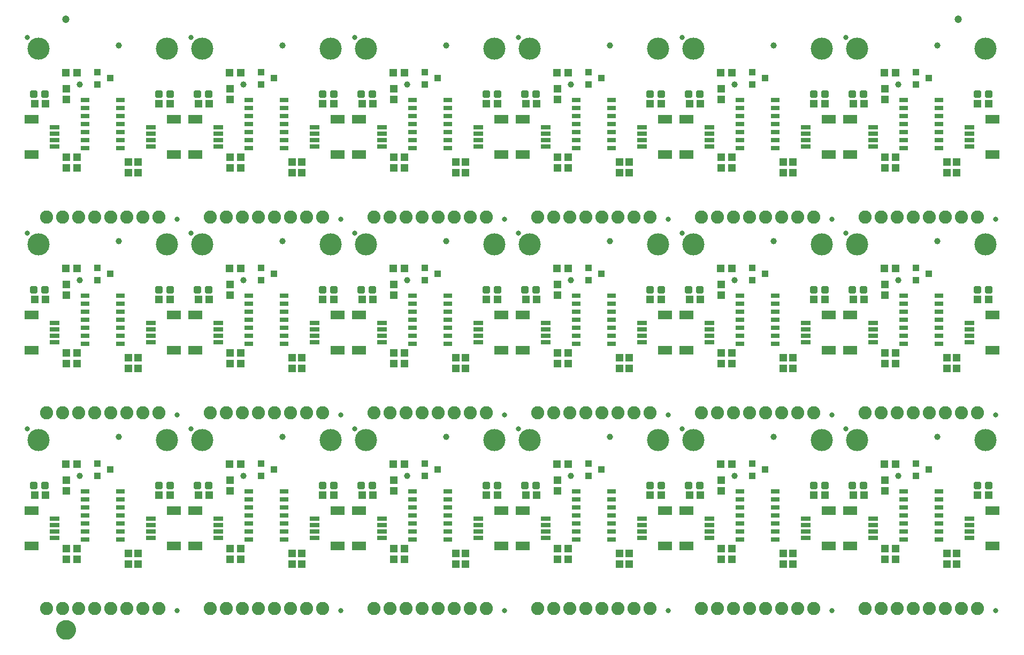
<source format=gts>
G75*
%MOIN*%
%OFA0B0*%
%FSLAX25Y25*%
%IPPOS*%
%LPD*%
%AMOC8*
5,1,8,0,0,1.08239X$1,22.5*
%
%ADD10C,0.13800*%
%ADD11C,0.03300*%
%ADD12R,0.04737X0.05131*%
%ADD13R,0.08674X0.05524*%
%ADD14R,0.06115X0.03162*%
%ADD15C,0.08200*%
%ADD16R,0.05131X0.04737*%
%ADD17C,0.01990*%
%ADD18R,0.05524X0.03162*%
%ADD19C,0.03950*%
%ADD20R,0.04343X0.03950*%
%ADD21C,0.04737*%
%ADD22C,0.05000*%
%ADD23C,0.06706*%
D10*
X0044481Y0138750D03*
X0124481Y0138750D03*
X0146481Y0138750D03*
X0226481Y0138750D03*
X0248481Y0138750D03*
X0328481Y0138750D03*
X0350481Y0138750D03*
X0430481Y0138750D03*
X0452481Y0138750D03*
X0532481Y0138750D03*
X0554481Y0138750D03*
X0634481Y0138750D03*
X0634481Y0260750D03*
X0554481Y0260750D03*
X0532481Y0260750D03*
X0452481Y0260750D03*
X0430481Y0260750D03*
X0350481Y0260750D03*
X0328481Y0260750D03*
X0248481Y0260750D03*
X0226481Y0260750D03*
X0146481Y0260750D03*
X0124481Y0260750D03*
X0044481Y0260750D03*
X0044481Y0382750D03*
X0124481Y0382750D03*
X0146481Y0382750D03*
X0226481Y0382750D03*
X0248481Y0382750D03*
X0328481Y0382750D03*
X0350481Y0382750D03*
X0430481Y0382750D03*
X0452481Y0382750D03*
X0532481Y0382750D03*
X0554481Y0382750D03*
X0634481Y0382750D03*
D11*
X0547481Y0389750D03*
X0445481Y0389750D03*
X0343481Y0389750D03*
X0241481Y0389750D03*
X0139481Y0389750D03*
X0037481Y0389750D03*
X0130981Y0276250D03*
X0139481Y0267750D03*
X0232981Y0276250D03*
X0241481Y0267750D03*
X0334981Y0276250D03*
X0343481Y0267750D03*
X0436981Y0276250D03*
X0445481Y0267750D03*
X0538981Y0276250D03*
X0547481Y0267750D03*
X0640981Y0276250D03*
X0640981Y0154250D03*
X0547481Y0145750D03*
X0538981Y0154250D03*
X0445481Y0145750D03*
X0436981Y0154250D03*
X0343481Y0145750D03*
X0334981Y0154250D03*
X0241481Y0145750D03*
X0232981Y0154250D03*
X0139481Y0145750D03*
X0130981Y0154250D03*
X0037481Y0145750D03*
X0130981Y0032250D03*
X0232981Y0032250D03*
X0334981Y0032250D03*
X0436981Y0032250D03*
X0538981Y0032250D03*
X0640981Y0032250D03*
X0037481Y0267750D03*
D12*
X0061981Y0235596D03*
X0061981Y0228904D03*
X0061981Y0193096D03*
X0068481Y0193096D03*
X0068481Y0186404D03*
X0061981Y0186404D03*
X0100481Y0183404D03*
X0106481Y0183404D03*
X0106481Y0190096D03*
X0100481Y0190096D03*
X0163981Y0193096D03*
X0170481Y0193096D03*
X0170481Y0186404D03*
X0163981Y0186404D03*
X0202481Y0183404D03*
X0208481Y0183404D03*
X0208481Y0190096D03*
X0202481Y0190096D03*
X0163981Y0228904D03*
X0163981Y0235596D03*
X0265981Y0235596D03*
X0265981Y0228904D03*
X0265981Y0193096D03*
X0272481Y0193096D03*
X0272481Y0186404D03*
X0265981Y0186404D03*
X0304481Y0183404D03*
X0310481Y0183404D03*
X0310481Y0190096D03*
X0304481Y0190096D03*
X0367981Y0193096D03*
X0374481Y0193096D03*
X0374481Y0186404D03*
X0367981Y0186404D03*
X0406481Y0183404D03*
X0412481Y0183404D03*
X0412481Y0190096D03*
X0406481Y0190096D03*
X0367981Y0228904D03*
X0367981Y0235596D03*
X0469981Y0235596D03*
X0469981Y0228904D03*
X0469981Y0193096D03*
X0476481Y0193096D03*
X0476481Y0186404D03*
X0469981Y0186404D03*
X0508481Y0183404D03*
X0514481Y0183404D03*
X0514481Y0190096D03*
X0508481Y0190096D03*
X0571981Y0193096D03*
X0578481Y0193096D03*
X0578481Y0186404D03*
X0571981Y0186404D03*
X0610481Y0183404D03*
X0616481Y0183404D03*
X0616481Y0190096D03*
X0610481Y0190096D03*
X0571981Y0228904D03*
X0571981Y0235596D03*
X0571981Y0308404D03*
X0578481Y0308404D03*
X0578481Y0315096D03*
X0571981Y0315096D03*
X0610481Y0312096D03*
X0616481Y0312096D03*
X0616481Y0305404D03*
X0610481Y0305404D03*
X0571981Y0350904D03*
X0571981Y0357596D03*
X0514481Y0312096D03*
X0508481Y0312096D03*
X0508481Y0305404D03*
X0514481Y0305404D03*
X0476481Y0308404D03*
X0469981Y0308404D03*
X0469981Y0315096D03*
X0476481Y0315096D03*
X0469981Y0350904D03*
X0469981Y0357596D03*
X0412481Y0312096D03*
X0406481Y0312096D03*
X0406481Y0305404D03*
X0412481Y0305404D03*
X0374481Y0308404D03*
X0367981Y0308404D03*
X0367981Y0315096D03*
X0374481Y0315096D03*
X0367981Y0350904D03*
X0367981Y0357596D03*
X0310481Y0312096D03*
X0304481Y0312096D03*
X0304481Y0305404D03*
X0310481Y0305404D03*
X0272481Y0308404D03*
X0265981Y0308404D03*
X0265981Y0315096D03*
X0272481Y0315096D03*
X0265981Y0350904D03*
X0265981Y0357596D03*
X0208481Y0312096D03*
X0202481Y0312096D03*
X0202481Y0305404D03*
X0208481Y0305404D03*
X0170481Y0308404D03*
X0163981Y0308404D03*
X0163981Y0315096D03*
X0170481Y0315096D03*
X0163981Y0350904D03*
X0163981Y0357596D03*
X0106481Y0312096D03*
X0100481Y0312096D03*
X0100481Y0305404D03*
X0106481Y0305404D03*
X0068481Y0308404D03*
X0061981Y0308404D03*
X0061981Y0315096D03*
X0068481Y0315096D03*
X0061981Y0350904D03*
X0061981Y0357596D03*
X0061981Y0113596D03*
X0061981Y0106904D03*
X0061981Y0071096D03*
X0068481Y0071096D03*
X0068481Y0064404D03*
X0061981Y0064404D03*
X0100481Y0061404D03*
X0106481Y0061404D03*
X0106481Y0068096D03*
X0100481Y0068096D03*
X0163981Y0071096D03*
X0170481Y0071096D03*
X0170481Y0064404D03*
X0163981Y0064404D03*
X0202481Y0061404D03*
X0208481Y0061404D03*
X0208481Y0068096D03*
X0202481Y0068096D03*
X0265981Y0071096D03*
X0272481Y0071096D03*
X0272481Y0064404D03*
X0265981Y0064404D03*
X0304481Y0061404D03*
X0310481Y0061404D03*
X0310481Y0068096D03*
X0304481Y0068096D03*
X0265981Y0106904D03*
X0265981Y0113596D03*
X0163981Y0113596D03*
X0163981Y0106904D03*
X0367981Y0106904D03*
X0367981Y0113596D03*
X0367981Y0071096D03*
X0374481Y0071096D03*
X0374481Y0064404D03*
X0367981Y0064404D03*
X0406481Y0061404D03*
X0412481Y0061404D03*
X0412481Y0068096D03*
X0406481Y0068096D03*
X0469981Y0071096D03*
X0476481Y0071096D03*
X0476481Y0064404D03*
X0469981Y0064404D03*
X0508481Y0061404D03*
X0514481Y0061404D03*
X0514481Y0068096D03*
X0508481Y0068096D03*
X0571981Y0071096D03*
X0578481Y0071096D03*
X0578481Y0064404D03*
X0571981Y0064404D03*
X0610481Y0061404D03*
X0616481Y0061404D03*
X0616481Y0068096D03*
X0610481Y0068096D03*
X0571981Y0106904D03*
X0571981Y0113596D03*
X0469981Y0113596D03*
X0469981Y0106904D03*
D13*
X0448013Y0094774D03*
X0434950Y0094774D03*
X0434950Y0072726D03*
X0448013Y0072726D03*
X0536950Y0072726D03*
X0550013Y0072726D03*
X0550013Y0094774D03*
X0536950Y0094774D03*
X0638950Y0094774D03*
X0638950Y0072726D03*
X0638950Y0194726D03*
X0638950Y0216774D03*
X0550013Y0216774D03*
X0536950Y0216774D03*
X0536950Y0194726D03*
X0550013Y0194726D03*
X0448013Y0194726D03*
X0434950Y0194726D03*
X0434950Y0216774D03*
X0448013Y0216774D03*
X0346013Y0216774D03*
X0332950Y0216774D03*
X0332950Y0194726D03*
X0346013Y0194726D03*
X0244013Y0194726D03*
X0230950Y0194726D03*
X0230950Y0216774D03*
X0244013Y0216774D03*
X0142013Y0216774D03*
X0128950Y0216774D03*
X0128950Y0194726D03*
X0142013Y0194726D03*
X0040013Y0194726D03*
X0040013Y0216774D03*
X0040013Y0316726D03*
X0040013Y0338774D03*
X0128950Y0338774D03*
X0142013Y0338774D03*
X0142013Y0316726D03*
X0128950Y0316726D03*
X0230950Y0316726D03*
X0244013Y0316726D03*
X0244013Y0338774D03*
X0230950Y0338774D03*
X0332950Y0338774D03*
X0346013Y0338774D03*
X0346013Y0316726D03*
X0332950Y0316726D03*
X0434950Y0316726D03*
X0448013Y0316726D03*
X0448013Y0338774D03*
X0434950Y0338774D03*
X0536950Y0338774D03*
X0550013Y0338774D03*
X0550013Y0316726D03*
X0536950Y0316726D03*
X0638950Y0316726D03*
X0638950Y0338774D03*
X0346013Y0094774D03*
X0332950Y0094774D03*
X0332950Y0072726D03*
X0346013Y0072726D03*
X0244013Y0072726D03*
X0230950Y0072726D03*
X0230950Y0094774D03*
X0244013Y0094774D03*
X0142013Y0094774D03*
X0128950Y0094774D03*
X0128950Y0072726D03*
X0142013Y0072726D03*
X0040013Y0072726D03*
X0040013Y0094774D03*
D14*
X0054481Y0089656D03*
X0054481Y0085719D03*
X0054481Y0081781D03*
X0054481Y0077844D03*
X0114481Y0077844D03*
X0114481Y0081781D03*
X0114481Y0085719D03*
X0114481Y0089656D03*
X0156481Y0089656D03*
X0156481Y0085719D03*
X0156481Y0081781D03*
X0156481Y0077844D03*
X0216481Y0077844D03*
X0216481Y0081781D03*
X0216481Y0085719D03*
X0216481Y0089656D03*
X0258481Y0089656D03*
X0258481Y0085719D03*
X0258481Y0081781D03*
X0258481Y0077844D03*
X0318481Y0077844D03*
X0318481Y0081781D03*
X0318481Y0085719D03*
X0318481Y0089656D03*
X0360481Y0089656D03*
X0360481Y0085719D03*
X0360481Y0081781D03*
X0360481Y0077844D03*
X0420481Y0077844D03*
X0420481Y0081781D03*
X0420481Y0085719D03*
X0420481Y0089656D03*
X0462481Y0089656D03*
X0462481Y0085719D03*
X0462481Y0081781D03*
X0462481Y0077844D03*
X0522481Y0077844D03*
X0522481Y0081781D03*
X0522481Y0085719D03*
X0522481Y0089656D03*
X0564481Y0089656D03*
X0564481Y0085719D03*
X0564481Y0081781D03*
X0564481Y0077844D03*
X0624481Y0077844D03*
X0624481Y0081781D03*
X0624481Y0085719D03*
X0624481Y0089656D03*
X0624481Y0199844D03*
X0624481Y0203781D03*
X0624481Y0207719D03*
X0624481Y0211656D03*
X0564481Y0211656D03*
X0564481Y0207719D03*
X0564481Y0203781D03*
X0564481Y0199844D03*
X0522481Y0199844D03*
X0522481Y0203781D03*
X0522481Y0207719D03*
X0522481Y0211656D03*
X0462481Y0211656D03*
X0462481Y0207719D03*
X0462481Y0203781D03*
X0462481Y0199844D03*
X0420481Y0199844D03*
X0420481Y0203781D03*
X0420481Y0207719D03*
X0420481Y0211656D03*
X0360481Y0211656D03*
X0360481Y0207719D03*
X0360481Y0203781D03*
X0360481Y0199844D03*
X0318481Y0199844D03*
X0318481Y0203781D03*
X0318481Y0207719D03*
X0318481Y0211656D03*
X0258481Y0211656D03*
X0258481Y0207719D03*
X0258481Y0203781D03*
X0258481Y0199844D03*
X0216481Y0199844D03*
X0216481Y0203781D03*
X0216481Y0207719D03*
X0216481Y0211656D03*
X0156481Y0211656D03*
X0156481Y0207719D03*
X0156481Y0203781D03*
X0156481Y0199844D03*
X0114481Y0199844D03*
X0114481Y0203781D03*
X0114481Y0207719D03*
X0114481Y0211656D03*
X0054481Y0211656D03*
X0054481Y0207719D03*
X0054481Y0203781D03*
X0054481Y0199844D03*
X0054481Y0321844D03*
X0054481Y0325781D03*
X0054481Y0329719D03*
X0054481Y0333656D03*
X0114481Y0333656D03*
X0114481Y0329719D03*
X0114481Y0325781D03*
X0114481Y0321844D03*
X0156481Y0321844D03*
X0156481Y0325781D03*
X0156481Y0329719D03*
X0156481Y0333656D03*
X0216481Y0333656D03*
X0216481Y0329719D03*
X0216481Y0325781D03*
X0216481Y0321844D03*
X0258481Y0321844D03*
X0258481Y0325781D03*
X0258481Y0329719D03*
X0258481Y0333656D03*
X0318481Y0333656D03*
X0318481Y0329719D03*
X0318481Y0325781D03*
X0318481Y0321844D03*
X0360481Y0321844D03*
X0360481Y0325781D03*
X0360481Y0329719D03*
X0360481Y0333656D03*
X0420481Y0333656D03*
X0420481Y0329719D03*
X0420481Y0325781D03*
X0420481Y0321844D03*
X0462481Y0321844D03*
X0462481Y0325781D03*
X0462481Y0329719D03*
X0462481Y0333656D03*
X0522481Y0333656D03*
X0522481Y0329719D03*
X0522481Y0325781D03*
X0522481Y0321844D03*
X0564481Y0321844D03*
X0564481Y0325781D03*
X0564481Y0329719D03*
X0564481Y0333656D03*
X0624481Y0333656D03*
X0624481Y0329719D03*
X0624481Y0325781D03*
X0624481Y0321844D03*
D15*
X0049481Y0033750D03*
X0059481Y0033750D03*
X0069481Y0033750D03*
X0079481Y0033750D03*
X0089481Y0033750D03*
X0099481Y0033750D03*
X0109481Y0033750D03*
X0119481Y0033750D03*
X0151481Y0033750D03*
X0161481Y0033750D03*
X0171481Y0033750D03*
X0181481Y0033750D03*
X0191481Y0033750D03*
X0201481Y0033750D03*
X0211481Y0033750D03*
X0221481Y0033750D03*
X0253481Y0033750D03*
X0263481Y0033750D03*
X0273481Y0033750D03*
X0283481Y0033750D03*
X0293481Y0033750D03*
X0303481Y0033750D03*
X0313481Y0033750D03*
X0323481Y0033750D03*
X0355481Y0033750D03*
X0365481Y0033750D03*
X0375481Y0033750D03*
X0385481Y0033750D03*
X0395481Y0033750D03*
X0405481Y0033750D03*
X0415481Y0033750D03*
X0425481Y0033750D03*
X0457481Y0033750D03*
X0467481Y0033750D03*
X0477481Y0033750D03*
X0487481Y0033750D03*
X0497481Y0033750D03*
X0507481Y0033750D03*
X0517481Y0033750D03*
X0527481Y0033750D03*
X0559481Y0033750D03*
X0569481Y0033750D03*
X0579481Y0033750D03*
X0589481Y0033750D03*
X0599481Y0033750D03*
X0609481Y0033750D03*
X0619481Y0033750D03*
X0629481Y0033750D03*
X0629481Y0155750D03*
X0619481Y0155750D03*
X0609481Y0155750D03*
X0599481Y0155750D03*
X0589481Y0155750D03*
X0579481Y0155750D03*
X0569481Y0155750D03*
X0559481Y0155750D03*
X0527481Y0155750D03*
X0517481Y0155750D03*
X0507481Y0155750D03*
X0497481Y0155750D03*
X0487481Y0155750D03*
X0477481Y0155750D03*
X0467481Y0155750D03*
X0457481Y0155750D03*
X0425481Y0155750D03*
X0415481Y0155750D03*
X0405481Y0155750D03*
X0395481Y0155750D03*
X0385481Y0155750D03*
X0375481Y0155750D03*
X0365481Y0155750D03*
X0355481Y0155750D03*
X0323481Y0155750D03*
X0313481Y0155750D03*
X0303481Y0155750D03*
X0293481Y0155750D03*
X0283481Y0155750D03*
X0273481Y0155750D03*
X0263481Y0155750D03*
X0253481Y0155750D03*
X0221481Y0155750D03*
X0211481Y0155750D03*
X0201481Y0155750D03*
X0191481Y0155750D03*
X0181481Y0155750D03*
X0171481Y0155750D03*
X0161481Y0155750D03*
X0151481Y0155750D03*
X0119481Y0155750D03*
X0109481Y0155750D03*
X0099481Y0155750D03*
X0089481Y0155750D03*
X0079481Y0155750D03*
X0069481Y0155750D03*
X0059481Y0155750D03*
X0049481Y0155750D03*
X0049481Y0277750D03*
X0059481Y0277750D03*
X0069481Y0277750D03*
X0079481Y0277750D03*
X0089481Y0277750D03*
X0099481Y0277750D03*
X0109481Y0277750D03*
X0119481Y0277750D03*
X0151481Y0277750D03*
X0161481Y0277750D03*
X0171481Y0277750D03*
X0181481Y0277750D03*
X0191481Y0277750D03*
X0201481Y0277750D03*
X0211481Y0277750D03*
X0221481Y0277750D03*
X0253481Y0277750D03*
X0263481Y0277750D03*
X0273481Y0277750D03*
X0283481Y0277750D03*
X0293481Y0277750D03*
X0303481Y0277750D03*
X0313481Y0277750D03*
X0323481Y0277750D03*
X0355481Y0277750D03*
X0365481Y0277750D03*
X0375481Y0277750D03*
X0385481Y0277750D03*
X0395481Y0277750D03*
X0405481Y0277750D03*
X0415481Y0277750D03*
X0425481Y0277750D03*
X0457481Y0277750D03*
X0467481Y0277750D03*
X0477481Y0277750D03*
X0487481Y0277750D03*
X0497481Y0277750D03*
X0507481Y0277750D03*
X0517481Y0277750D03*
X0527481Y0277750D03*
X0559481Y0277750D03*
X0569481Y0277750D03*
X0579481Y0277750D03*
X0589481Y0277750D03*
X0599481Y0277750D03*
X0609481Y0277750D03*
X0619481Y0277750D03*
X0629481Y0277750D03*
D16*
X0578328Y0245750D03*
X0571635Y0245750D03*
X0558828Y0226250D03*
X0552135Y0226250D03*
X0534328Y0226250D03*
X0527635Y0226250D03*
X0476328Y0245750D03*
X0469635Y0245750D03*
X0456828Y0226250D03*
X0450135Y0226250D03*
X0432328Y0226250D03*
X0425635Y0226250D03*
X0374328Y0245750D03*
X0367635Y0245750D03*
X0354828Y0226250D03*
X0348135Y0226250D03*
X0330328Y0226250D03*
X0323635Y0226250D03*
X0272328Y0245750D03*
X0265635Y0245750D03*
X0252828Y0226250D03*
X0246135Y0226250D03*
X0228328Y0226250D03*
X0221635Y0226250D03*
X0170328Y0245750D03*
X0163635Y0245750D03*
X0150828Y0226250D03*
X0144135Y0226250D03*
X0126328Y0226250D03*
X0119635Y0226250D03*
X0068328Y0245750D03*
X0061635Y0245750D03*
X0048828Y0226250D03*
X0042135Y0226250D03*
X0061635Y0123750D03*
X0068328Y0123750D03*
X0048828Y0104250D03*
X0042135Y0104250D03*
X0119635Y0104250D03*
X0126328Y0104250D03*
X0144135Y0104250D03*
X0150828Y0104250D03*
X0163635Y0123750D03*
X0170328Y0123750D03*
X0221635Y0104250D03*
X0228328Y0104250D03*
X0246135Y0104250D03*
X0252828Y0104250D03*
X0265635Y0123750D03*
X0272328Y0123750D03*
X0323635Y0104250D03*
X0330328Y0104250D03*
X0348135Y0104250D03*
X0354828Y0104250D03*
X0367635Y0123750D03*
X0374328Y0123750D03*
X0425635Y0104250D03*
X0432328Y0104250D03*
X0450135Y0104250D03*
X0456828Y0104250D03*
X0469635Y0123750D03*
X0476328Y0123750D03*
X0527635Y0104250D03*
X0534328Y0104250D03*
X0552135Y0104250D03*
X0558828Y0104250D03*
X0571635Y0123750D03*
X0578328Y0123750D03*
X0629635Y0104250D03*
X0636328Y0104250D03*
X0636328Y0226250D03*
X0629635Y0226250D03*
X0629635Y0348250D03*
X0636328Y0348250D03*
X0578328Y0367750D03*
X0571635Y0367750D03*
X0558828Y0348250D03*
X0552135Y0348250D03*
X0534328Y0348250D03*
X0527635Y0348250D03*
X0476328Y0367750D03*
X0469635Y0367750D03*
X0456828Y0348250D03*
X0450135Y0348250D03*
X0432328Y0348250D03*
X0425635Y0348250D03*
X0374328Y0367750D03*
X0367635Y0367750D03*
X0354828Y0348250D03*
X0348135Y0348250D03*
X0330328Y0348250D03*
X0323635Y0348250D03*
X0272328Y0367750D03*
X0265635Y0367750D03*
X0252828Y0348250D03*
X0246135Y0348250D03*
X0228328Y0348250D03*
X0221635Y0348250D03*
X0170328Y0367750D03*
X0163635Y0367750D03*
X0150828Y0348250D03*
X0144135Y0348250D03*
X0126328Y0348250D03*
X0119635Y0348250D03*
X0068328Y0367750D03*
X0061635Y0367750D03*
X0048828Y0348250D03*
X0042135Y0348250D03*
D17*
X0040155Y0352877D02*
X0040155Y0355623D01*
X0042901Y0355623D01*
X0042901Y0352877D01*
X0040155Y0352877D01*
X0040155Y0354767D02*
X0042901Y0354767D01*
X0047061Y0355623D02*
X0047061Y0352877D01*
X0047061Y0355623D02*
X0049807Y0355623D01*
X0049807Y0352877D01*
X0047061Y0352877D01*
X0047061Y0354767D02*
X0049807Y0354767D01*
X0118155Y0355623D02*
X0118155Y0352877D01*
X0118155Y0355623D02*
X0120901Y0355623D01*
X0120901Y0352877D01*
X0118155Y0352877D01*
X0118155Y0354767D02*
X0120901Y0354767D01*
X0125061Y0355623D02*
X0125061Y0352877D01*
X0125061Y0355623D02*
X0127807Y0355623D01*
X0127807Y0352877D01*
X0125061Y0352877D01*
X0125061Y0354767D02*
X0127807Y0354767D01*
X0142155Y0355623D02*
X0142155Y0352877D01*
X0142155Y0355623D02*
X0144901Y0355623D01*
X0144901Y0352877D01*
X0142155Y0352877D01*
X0142155Y0354767D02*
X0144901Y0354767D01*
X0149061Y0355623D02*
X0149061Y0352877D01*
X0149061Y0355623D02*
X0151807Y0355623D01*
X0151807Y0352877D01*
X0149061Y0352877D01*
X0149061Y0354767D02*
X0151807Y0354767D01*
X0220155Y0355623D02*
X0220155Y0352877D01*
X0220155Y0355623D02*
X0222901Y0355623D01*
X0222901Y0352877D01*
X0220155Y0352877D01*
X0220155Y0354767D02*
X0222901Y0354767D01*
X0227061Y0355623D02*
X0227061Y0352877D01*
X0227061Y0355623D02*
X0229807Y0355623D01*
X0229807Y0352877D01*
X0227061Y0352877D01*
X0227061Y0354767D02*
X0229807Y0354767D01*
X0244155Y0355623D02*
X0244155Y0352877D01*
X0244155Y0355623D02*
X0246901Y0355623D01*
X0246901Y0352877D01*
X0244155Y0352877D01*
X0244155Y0354767D02*
X0246901Y0354767D01*
X0251061Y0355623D02*
X0251061Y0352877D01*
X0251061Y0355623D02*
X0253807Y0355623D01*
X0253807Y0352877D01*
X0251061Y0352877D01*
X0251061Y0354767D02*
X0253807Y0354767D01*
X0322155Y0355623D02*
X0322155Y0352877D01*
X0322155Y0355623D02*
X0324901Y0355623D01*
X0324901Y0352877D01*
X0322155Y0352877D01*
X0322155Y0354767D02*
X0324901Y0354767D01*
X0329061Y0355623D02*
X0329061Y0352877D01*
X0329061Y0355623D02*
X0331807Y0355623D01*
X0331807Y0352877D01*
X0329061Y0352877D01*
X0329061Y0354767D02*
X0331807Y0354767D01*
X0346155Y0355623D02*
X0346155Y0352877D01*
X0346155Y0355623D02*
X0348901Y0355623D01*
X0348901Y0352877D01*
X0346155Y0352877D01*
X0346155Y0354767D02*
X0348901Y0354767D01*
X0353061Y0355623D02*
X0353061Y0352877D01*
X0353061Y0355623D02*
X0355807Y0355623D01*
X0355807Y0352877D01*
X0353061Y0352877D01*
X0353061Y0354767D02*
X0355807Y0354767D01*
X0424155Y0355623D02*
X0424155Y0352877D01*
X0424155Y0355623D02*
X0426901Y0355623D01*
X0426901Y0352877D01*
X0424155Y0352877D01*
X0424155Y0354767D02*
X0426901Y0354767D01*
X0431061Y0355623D02*
X0431061Y0352877D01*
X0431061Y0355623D02*
X0433807Y0355623D01*
X0433807Y0352877D01*
X0431061Y0352877D01*
X0431061Y0354767D02*
X0433807Y0354767D01*
X0448155Y0355623D02*
X0448155Y0352877D01*
X0448155Y0355623D02*
X0450901Y0355623D01*
X0450901Y0352877D01*
X0448155Y0352877D01*
X0448155Y0354767D02*
X0450901Y0354767D01*
X0455061Y0355623D02*
X0455061Y0352877D01*
X0455061Y0355623D02*
X0457807Y0355623D01*
X0457807Y0352877D01*
X0455061Y0352877D01*
X0455061Y0354767D02*
X0457807Y0354767D01*
X0526155Y0355623D02*
X0526155Y0352877D01*
X0526155Y0355623D02*
X0528901Y0355623D01*
X0528901Y0352877D01*
X0526155Y0352877D01*
X0526155Y0354767D02*
X0528901Y0354767D01*
X0533061Y0355623D02*
X0533061Y0352877D01*
X0533061Y0355623D02*
X0535807Y0355623D01*
X0535807Y0352877D01*
X0533061Y0352877D01*
X0533061Y0354767D02*
X0535807Y0354767D01*
X0550155Y0355623D02*
X0550155Y0352877D01*
X0550155Y0355623D02*
X0552901Y0355623D01*
X0552901Y0352877D01*
X0550155Y0352877D01*
X0550155Y0354767D02*
X0552901Y0354767D01*
X0557061Y0355623D02*
X0557061Y0352877D01*
X0557061Y0355623D02*
X0559807Y0355623D01*
X0559807Y0352877D01*
X0557061Y0352877D01*
X0557061Y0354767D02*
X0559807Y0354767D01*
X0628155Y0355623D02*
X0628155Y0352877D01*
X0628155Y0355623D02*
X0630901Y0355623D01*
X0630901Y0352877D01*
X0628155Y0352877D01*
X0628155Y0354767D02*
X0630901Y0354767D01*
X0635061Y0355623D02*
X0635061Y0352877D01*
X0635061Y0355623D02*
X0637807Y0355623D01*
X0637807Y0352877D01*
X0635061Y0352877D01*
X0635061Y0354767D02*
X0637807Y0354767D01*
X0635061Y0233623D02*
X0635061Y0230877D01*
X0635061Y0233623D02*
X0637807Y0233623D01*
X0637807Y0230877D01*
X0635061Y0230877D01*
X0635061Y0232767D02*
X0637807Y0232767D01*
X0628155Y0233623D02*
X0628155Y0230877D01*
X0628155Y0233623D02*
X0630901Y0233623D01*
X0630901Y0230877D01*
X0628155Y0230877D01*
X0628155Y0232767D02*
X0630901Y0232767D01*
X0557061Y0233623D02*
X0557061Y0230877D01*
X0557061Y0233623D02*
X0559807Y0233623D01*
X0559807Y0230877D01*
X0557061Y0230877D01*
X0557061Y0232767D02*
X0559807Y0232767D01*
X0550155Y0233623D02*
X0550155Y0230877D01*
X0550155Y0233623D02*
X0552901Y0233623D01*
X0552901Y0230877D01*
X0550155Y0230877D01*
X0550155Y0232767D02*
X0552901Y0232767D01*
X0533061Y0233623D02*
X0533061Y0230877D01*
X0533061Y0233623D02*
X0535807Y0233623D01*
X0535807Y0230877D01*
X0533061Y0230877D01*
X0533061Y0232767D02*
X0535807Y0232767D01*
X0526155Y0233623D02*
X0526155Y0230877D01*
X0526155Y0233623D02*
X0528901Y0233623D01*
X0528901Y0230877D01*
X0526155Y0230877D01*
X0526155Y0232767D02*
X0528901Y0232767D01*
X0455061Y0233623D02*
X0455061Y0230877D01*
X0455061Y0233623D02*
X0457807Y0233623D01*
X0457807Y0230877D01*
X0455061Y0230877D01*
X0455061Y0232767D02*
X0457807Y0232767D01*
X0448155Y0233623D02*
X0448155Y0230877D01*
X0448155Y0233623D02*
X0450901Y0233623D01*
X0450901Y0230877D01*
X0448155Y0230877D01*
X0448155Y0232767D02*
X0450901Y0232767D01*
X0431061Y0233623D02*
X0431061Y0230877D01*
X0431061Y0233623D02*
X0433807Y0233623D01*
X0433807Y0230877D01*
X0431061Y0230877D01*
X0431061Y0232767D02*
X0433807Y0232767D01*
X0424155Y0233623D02*
X0424155Y0230877D01*
X0424155Y0233623D02*
X0426901Y0233623D01*
X0426901Y0230877D01*
X0424155Y0230877D01*
X0424155Y0232767D02*
X0426901Y0232767D01*
X0353061Y0233623D02*
X0353061Y0230877D01*
X0353061Y0233623D02*
X0355807Y0233623D01*
X0355807Y0230877D01*
X0353061Y0230877D01*
X0353061Y0232767D02*
X0355807Y0232767D01*
X0346155Y0233623D02*
X0346155Y0230877D01*
X0346155Y0233623D02*
X0348901Y0233623D01*
X0348901Y0230877D01*
X0346155Y0230877D01*
X0346155Y0232767D02*
X0348901Y0232767D01*
X0329061Y0233623D02*
X0329061Y0230877D01*
X0329061Y0233623D02*
X0331807Y0233623D01*
X0331807Y0230877D01*
X0329061Y0230877D01*
X0329061Y0232767D02*
X0331807Y0232767D01*
X0322155Y0233623D02*
X0322155Y0230877D01*
X0322155Y0233623D02*
X0324901Y0233623D01*
X0324901Y0230877D01*
X0322155Y0230877D01*
X0322155Y0232767D02*
X0324901Y0232767D01*
X0251061Y0233623D02*
X0251061Y0230877D01*
X0251061Y0233623D02*
X0253807Y0233623D01*
X0253807Y0230877D01*
X0251061Y0230877D01*
X0251061Y0232767D02*
X0253807Y0232767D01*
X0244155Y0233623D02*
X0244155Y0230877D01*
X0244155Y0233623D02*
X0246901Y0233623D01*
X0246901Y0230877D01*
X0244155Y0230877D01*
X0244155Y0232767D02*
X0246901Y0232767D01*
X0227061Y0233623D02*
X0227061Y0230877D01*
X0227061Y0233623D02*
X0229807Y0233623D01*
X0229807Y0230877D01*
X0227061Y0230877D01*
X0227061Y0232767D02*
X0229807Y0232767D01*
X0220155Y0233623D02*
X0220155Y0230877D01*
X0220155Y0233623D02*
X0222901Y0233623D01*
X0222901Y0230877D01*
X0220155Y0230877D01*
X0220155Y0232767D02*
X0222901Y0232767D01*
X0149061Y0233623D02*
X0149061Y0230877D01*
X0149061Y0233623D02*
X0151807Y0233623D01*
X0151807Y0230877D01*
X0149061Y0230877D01*
X0149061Y0232767D02*
X0151807Y0232767D01*
X0142155Y0233623D02*
X0142155Y0230877D01*
X0142155Y0233623D02*
X0144901Y0233623D01*
X0144901Y0230877D01*
X0142155Y0230877D01*
X0142155Y0232767D02*
X0144901Y0232767D01*
X0125061Y0233623D02*
X0125061Y0230877D01*
X0125061Y0233623D02*
X0127807Y0233623D01*
X0127807Y0230877D01*
X0125061Y0230877D01*
X0125061Y0232767D02*
X0127807Y0232767D01*
X0118155Y0233623D02*
X0118155Y0230877D01*
X0118155Y0233623D02*
X0120901Y0233623D01*
X0120901Y0230877D01*
X0118155Y0230877D01*
X0118155Y0232767D02*
X0120901Y0232767D01*
X0047061Y0233623D02*
X0047061Y0230877D01*
X0047061Y0233623D02*
X0049807Y0233623D01*
X0049807Y0230877D01*
X0047061Y0230877D01*
X0047061Y0232767D02*
X0049807Y0232767D01*
X0040155Y0233623D02*
X0040155Y0230877D01*
X0040155Y0233623D02*
X0042901Y0233623D01*
X0042901Y0230877D01*
X0040155Y0230877D01*
X0040155Y0232767D02*
X0042901Y0232767D01*
X0040155Y0111623D02*
X0040155Y0108877D01*
X0040155Y0111623D02*
X0042901Y0111623D01*
X0042901Y0108877D01*
X0040155Y0108877D01*
X0040155Y0110767D02*
X0042901Y0110767D01*
X0047061Y0111623D02*
X0047061Y0108877D01*
X0047061Y0111623D02*
X0049807Y0111623D01*
X0049807Y0108877D01*
X0047061Y0108877D01*
X0047061Y0110767D02*
X0049807Y0110767D01*
X0118155Y0111623D02*
X0118155Y0108877D01*
X0118155Y0111623D02*
X0120901Y0111623D01*
X0120901Y0108877D01*
X0118155Y0108877D01*
X0118155Y0110767D02*
X0120901Y0110767D01*
X0125061Y0111623D02*
X0125061Y0108877D01*
X0125061Y0111623D02*
X0127807Y0111623D01*
X0127807Y0108877D01*
X0125061Y0108877D01*
X0125061Y0110767D02*
X0127807Y0110767D01*
X0142155Y0111623D02*
X0142155Y0108877D01*
X0142155Y0111623D02*
X0144901Y0111623D01*
X0144901Y0108877D01*
X0142155Y0108877D01*
X0142155Y0110767D02*
X0144901Y0110767D01*
X0149061Y0111623D02*
X0149061Y0108877D01*
X0149061Y0111623D02*
X0151807Y0111623D01*
X0151807Y0108877D01*
X0149061Y0108877D01*
X0149061Y0110767D02*
X0151807Y0110767D01*
X0220155Y0111623D02*
X0220155Y0108877D01*
X0220155Y0111623D02*
X0222901Y0111623D01*
X0222901Y0108877D01*
X0220155Y0108877D01*
X0220155Y0110767D02*
X0222901Y0110767D01*
X0227061Y0111623D02*
X0227061Y0108877D01*
X0227061Y0111623D02*
X0229807Y0111623D01*
X0229807Y0108877D01*
X0227061Y0108877D01*
X0227061Y0110767D02*
X0229807Y0110767D01*
X0244155Y0111623D02*
X0244155Y0108877D01*
X0244155Y0111623D02*
X0246901Y0111623D01*
X0246901Y0108877D01*
X0244155Y0108877D01*
X0244155Y0110767D02*
X0246901Y0110767D01*
X0251061Y0111623D02*
X0251061Y0108877D01*
X0251061Y0111623D02*
X0253807Y0111623D01*
X0253807Y0108877D01*
X0251061Y0108877D01*
X0251061Y0110767D02*
X0253807Y0110767D01*
X0322155Y0111623D02*
X0322155Y0108877D01*
X0322155Y0111623D02*
X0324901Y0111623D01*
X0324901Y0108877D01*
X0322155Y0108877D01*
X0322155Y0110767D02*
X0324901Y0110767D01*
X0329061Y0111623D02*
X0329061Y0108877D01*
X0329061Y0111623D02*
X0331807Y0111623D01*
X0331807Y0108877D01*
X0329061Y0108877D01*
X0329061Y0110767D02*
X0331807Y0110767D01*
X0346155Y0111623D02*
X0346155Y0108877D01*
X0346155Y0111623D02*
X0348901Y0111623D01*
X0348901Y0108877D01*
X0346155Y0108877D01*
X0346155Y0110767D02*
X0348901Y0110767D01*
X0353061Y0111623D02*
X0353061Y0108877D01*
X0353061Y0111623D02*
X0355807Y0111623D01*
X0355807Y0108877D01*
X0353061Y0108877D01*
X0353061Y0110767D02*
X0355807Y0110767D01*
X0424155Y0111623D02*
X0424155Y0108877D01*
X0424155Y0111623D02*
X0426901Y0111623D01*
X0426901Y0108877D01*
X0424155Y0108877D01*
X0424155Y0110767D02*
X0426901Y0110767D01*
X0431061Y0111623D02*
X0431061Y0108877D01*
X0431061Y0111623D02*
X0433807Y0111623D01*
X0433807Y0108877D01*
X0431061Y0108877D01*
X0431061Y0110767D02*
X0433807Y0110767D01*
X0448155Y0111623D02*
X0448155Y0108877D01*
X0448155Y0111623D02*
X0450901Y0111623D01*
X0450901Y0108877D01*
X0448155Y0108877D01*
X0448155Y0110767D02*
X0450901Y0110767D01*
X0455061Y0111623D02*
X0455061Y0108877D01*
X0455061Y0111623D02*
X0457807Y0111623D01*
X0457807Y0108877D01*
X0455061Y0108877D01*
X0455061Y0110767D02*
X0457807Y0110767D01*
X0526155Y0111623D02*
X0526155Y0108877D01*
X0526155Y0111623D02*
X0528901Y0111623D01*
X0528901Y0108877D01*
X0526155Y0108877D01*
X0526155Y0110767D02*
X0528901Y0110767D01*
X0533061Y0111623D02*
X0533061Y0108877D01*
X0533061Y0111623D02*
X0535807Y0111623D01*
X0535807Y0108877D01*
X0533061Y0108877D01*
X0533061Y0110767D02*
X0535807Y0110767D01*
X0550155Y0111623D02*
X0550155Y0108877D01*
X0550155Y0111623D02*
X0552901Y0111623D01*
X0552901Y0108877D01*
X0550155Y0108877D01*
X0550155Y0110767D02*
X0552901Y0110767D01*
X0557061Y0111623D02*
X0557061Y0108877D01*
X0557061Y0111623D02*
X0559807Y0111623D01*
X0559807Y0108877D01*
X0557061Y0108877D01*
X0557061Y0110767D02*
X0559807Y0110767D01*
X0628155Y0111623D02*
X0628155Y0108877D01*
X0628155Y0111623D02*
X0630901Y0111623D01*
X0630901Y0108877D01*
X0628155Y0108877D01*
X0628155Y0110767D02*
X0630901Y0110767D01*
X0635061Y0111623D02*
X0635061Y0108877D01*
X0635061Y0111623D02*
X0637807Y0111623D01*
X0637807Y0108877D01*
X0635061Y0108877D01*
X0635061Y0110767D02*
X0637807Y0110767D01*
D18*
X0605505Y0106750D03*
X0605505Y0101750D03*
X0605505Y0096750D03*
X0605505Y0091750D03*
X0605505Y0086750D03*
X0605505Y0081750D03*
X0605505Y0076750D03*
X0583458Y0076750D03*
X0583458Y0081750D03*
X0583458Y0086750D03*
X0583458Y0091750D03*
X0583458Y0096750D03*
X0583458Y0101750D03*
X0583458Y0106750D03*
X0503505Y0106750D03*
X0503505Y0101750D03*
X0503505Y0096750D03*
X0503505Y0091750D03*
X0503505Y0086750D03*
X0503505Y0081750D03*
X0503505Y0076750D03*
X0481458Y0076750D03*
X0481458Y0081750D03*
X0481458Y0086750D03*
X0481458Y0091750D03*
X0481458Y0096750D03*
X0481458Y0101750D03*
X0481458Y0106750D03*
X0401505Y0106750D03*
X0401505Y0101750D03*
X0401505Y0096750D03*
X0401505Y0091750D03*
X0401505Y0086750D03*
X0401505Y0081750D03*
X0401505Y0076750D03*
X0379458Y0076750D03*
X0379458Y0081750D03*
X0379458Y0086750D03*
X0379458Y0091750D03*
X0379458Y0096750D03*
X0379458Y0101750D03*
X0379458Y0106750D03*
X0299505Y0106750D03*
X0299505Y0101750D03*
X0299505Y0096750D03*
X0299505Y0091750D03*
X0299505Y0086750D03*
X0299505Y0081750D03*
X0299505Y0076750D03*
X0277458Y0076750D03*
X0277458Y0081750D03*
X0277458Y0086750D03*
X0277458Y0091750D03*
X0277458Y0096750D03*
X0277458Y0101750D03*
X0277458Y0106750D03*
X0197505Y0106750D03*
X0197505Y0101750D03*
X0197505Y0096750D03*
X0197505Y0091750D03*
X0197505Y0086750D03*
X0197505Y0081750D03*
X0197505Y0076750D03*
X0175458Y0076750D03*
X0175458Y0081750D03*
X0175458Y0086750D03*
X0175458Y0091750D03*
X0175458Y0096750D03*
X0175458Y0101750D03*
X0175458Y0106750D03*
X0095505Y0106750D03*
X0095505Y0101750D03*
X0095505Y0096750D03*
X0095505Y0091750D03*
X0095505Y0086750D03*
X0095505Y0081750D03*
X0095505Y0076750D03*
X0073458Y0076750D03*
X0073458Y0081750D03*
X0073458Y0086750D03*
X0073458Y0091750D03*
X0073458Y0096750D03*
X0073458Y0101750D03*
X0073458Y0106750D03*
X0073458Y0198750D03*
X0073458Y0203750D03*
X0073458Y0208750D03*
X0073458Y0213750D03*
X0073458Y0218750D03*
X0073458Y0223750D03*
X0073458Y0228750D03*
X0095505Y0228750D03*
X0095505Y0223750D03*
X0095505Y0218750D03*
X0095505Y0213750D03*
X0095505Y0208750D03*
X0095505Y0203750D03*
X0095505Y0198750D03*
X0175458Y0198750D03*
X0175458Y0203750D03*
X0175458Y0208750D03*
X0175458Y0213750D03*
X0175458Y0218750D03*
X0175458Y0223750D03*
X0175458Y0228750D03*
X0197505Y0228750D03*
X0197505Y0223750D03*
X0197505Y0218750D03*
X0197505Y0213750D03*
X0197505Y0208750D03*
X0197505Y0203750D03*
X0197505Y0198750D03*
X0277458Y0198750D03*
X0277458Y0203750D03*
X0277458Y0208750D03*
X0277458Y0213750D03*
X0277458Y0218750D03*
X0277458Y0223750D03*
X0277458Y0228750D03*
X0299505Y0228750D03*
X0299505Y0223750D03*
X0299505Y0218750D03*
X0299505Y0213750D03*
X0299505Y0208750D03*
X0299505Y0203750D03*
X0299505Y0198750D03*
X0379458Y0198750D03*
X0379458Y0203750D03*
X0379458Y0208750D03*
X0379458Y0213750D03*
X0379458Y0218750D03*
X0379458Y0223750D03*
X0379458Y0228750D03*
X0401505Y0228750D03*
X0401505Y0223750D03*
X0401505Y0218750D03*
X0401505Y0213750D03*
X0401505Y0208750D03*
X0401505Y0203750D03*
X0401505Y0198750D03*
X0481458Y0198750D03*
X0481458Y0203750D03*
X0481458Y0208750D03*
X0481458Y0213750D03*
X0481458Y0218750D03*
X0481458Y0223750D03*
X0481458Y0228750D03*
X0503505Y0228750D03*
X0503505Y0223750D03*
X0503505Y0218750D03*
X0503505Y0213750D03*
X0503505Y0208750D03*
X0503505Y0203750D03*
X0503505Y0198750D03*
X0583458Y0198750D03*
X0583458Y0203750D03*
X0583458Y0208750D03*
X0583458Y0213750D03*
X0583458Y0218750D03*
X0583458Y0223750D03*
X0583458Y0228750D03*
X0605505Y0228750D03*
X0605505Y0223750D03*
X0605505Y0218750D03*
X0605505Y0213750D03*
X0605505Y0208750D03*
X0605505Y0203750D03*
X0605505Y0198750D03*
X0605505Y0320750D03*
X0605505Y0325750D03*
X0605505Y0330750D03*
X0605505Y0335750D03*
X0605505Y0340750D03*
X0605505Y0345750D03*
X0605505Y0350750D03*
X0583458Y0350750D03*
X0583458Y0345750D03*
X0583458Y0340750D03*
X0583458Y0335750D03*
X0583458Y0330750D03*
X0583458Y0325750D03*
X0583458Y0320750D03*
X0503505Y0320750D03*
X0503505Y0325750D03*
X0503505Y0330750D03*
X0503505Y0335750D03*
X0503505Y0340750D03*
X0503505Y0345750D03*
X0503505Y0350750D03*
X0481458Y0350750D03*
X0481458Y0345750D03*
X0481458Y0340750D03*
X0481458Y0335750D03*
X0481458Y0330750D03*
X0481458Y0325750D03*
X0481458Y0320750D03*
X0401505Y0320750D03*
X0401505Y0325750D03*
X0401505Y0330750D03*
X0401505Y0335750D03*
X0401505Y0340750D03*
X0401505Y0345750D03*
X0401505Y0350750D03*
X0379458Y0350750D03*
X0379458Y0345750D03*
X0379458Y0340750D03*
X0379458Y0335750D03*
X0379458Y0330750D03*
X0379458Y0325750D03*
X0379458Y0320750D03*
X0299505Y0320750D03*
X0299505Y0325750D03*
X0299505Y0330750D03*
X0299505Y0335750D03*
X0299505Y0340750D03*
X0299505Y0345750D03*
X0299505Y0350750D03*
X0277458Y0350750D03*
X0277458Y0345750D03*
X0277458Y0340750D03*
X0277458Y0335750D03*
X0277458Y0330750D03*
X0277458Y0325750D03*
X0277458Y0320750D03*
X0197505Y0320750D03*
X0197505Y0325750D03*
X0197505Y0330750D03*
X0197505Y0335750D03*
X0197505Y0340750D03*
X0197505Y0345750D03*
X0197505Y0350750D03*
X0175458Y0350750D03*
X0175458Y0345750D03*
X0175458Y0340750D03*
X0175458Y0335750D03*
X0175458Y0330750D03*
X0175458Y0325750D03*
X0175458Y0320750D03*
X0095505Y0320750D03*
X0095505Y0325750D03*
X0095505Y0330750D03*
X0095505Y0335750D03*
X0095505Y0340750D03*
X0095505Y0345750D03*
X0095505Y0350750D03*
X0073458Y0350750D03*
X0073458Y0345750D03*
X0073458Y0340750D03*
X0073458Y0335750D03*
X0073458Y0330750D03*
X0073458Y0325750D03*
X0073458Y0320750D03*
D19*
X0070127Y0360392D03*
X0094340Y0384604D03*
X0172127Y0360392D03*
X0196340Y0384604D03*
X0274127Y0360392D03*
X0298340Y0384604D03*
X0376127Y0360392D03*
X0400340Y0384604D03*
X0478127Y0360392D03*
X0502340Y0384604D03*
X0580127Y0360392D03*
X0604340Y0384604D03*
X0604340Y0262604D03*
X0580127Y0238392D03*
X0502340Y0262604D03*
X0478127Y0238392D03*
X0400340Y0262604D03*
X0376127Y0238392D03*
X0298340Y0262604D03*
X0274127Y0238392D03*
X0196340Y0262604D03*
X0172127Y0238392D03*
X0094340Y0262604D03*
X0070127Y0238392D03*
X0094340Y0140604D03*
X0070127Y0116392D03*
X0172127Y0116392D03*
X0196340Y0140604D03*
X0274127Y0116392D03*
X0298340Y0140604D03*
X0376127Y0116392D03*
X0400340Y0140604D03*
X0478127Y0116392D03*
X0502340Y0140604D03*
X0580127Y0116392D03*
X0604340Y0140604D03*
D20*
X0599312Y0120250D03*
X0591044Y0116510D03*
X0591044Y0123990D03*
X0497312Y0120250D03*
X0489044Y0116510D03*
X0489044Y0123990D03*
X0395312Y0120250D03*
X0387044Y0116510D03*
X0387044Y0123990D03*
X0293312Y0120250D03*
X0285044Y0116510D03*
X0285044Y0123990D03*
X0191312Y0120250D03*
X0183044Y0116510D03*
X0183044Y0123990D03*
X0089312Y0120250D03*
X0081044Y0116510D03*
X0081044Y0123990D03*
X0081044Y0238510D03*
X0089312Y0242250D03*
X0081044Y0245990D03*
X0183044Y0245990D03*
X0191312Y0242250D03*
X0183044Y0238510D03*
X0285044Y0238510D03*
X0293312Y0242250D03*
X0285044Y0245990D03*
X0387044Y0245990D03*
X0395312Y0242250D03*
X0387044Y0238510D03*
X0489044Y0238510D03*
X0497312Y0242250D03*
X0489044Y0245990D03*
X0591044Y0245990D03*
X0599312Y0242250D03*
X0591044Y0238510D03*
X0591044Y0360510D03*
X0591044Y0367990D03*
X0599312Y0364250D03*
X0497312Y0364250D03*
X0489044Y0367990D03*
X0489044Y0360510D03*
X0395312Y0364250D03*
X0387044Y0367990D03*
X0387044Y0360510D03*
X0293312Y0364250D03*
X0285044Y0367990D03*
X0285044Y0360510D03*
X0191312Y0364250D03*
X0183044Y0367990D03*
X0183044Y0360510D03*
X0089312Y0364250D03*
X0081044Y0367990D03*
X0081044Y0360510D03*
D21*
X0061481Y0401000D03*
X0617481Y0401000D03*
D22*
X0057916Y0020500D02*
X0057918Y0020619D01*
X0057924Y0020738D01*
X0057934Y0020857D01*
X0057948Y0020975D01*
X0057966Y0021093D01*
X0057987Y0021210D01*
X0058013Y0021326D01*
X0058043Y0021442D01*
X0058076Y0021556D01*
X0058113Y0021669D01*
X0058154Y0021781D01*
X0058199Y0021892D01*
X0058247Y0022001D01*
X0058299Y0022108D01*
X0058355Y0022213D01*
X0058414Y0022317D01*
X0058476Y0022418D01*
X0058542Y0022518D01*
X0058611Y0022615D01*
X0058683Y0022709D01*
X0058759Y0022802D01*
X0058837Y0022891D01*
X0058918Y0022978D01*
X0059003Y0023063D01*
X0059090Y0023144D01*
X0059179Y0023222D01*
X0059272Y0023298D01*
X0059366Y0023370D01*
X0059463Y0023439D01*
X0059563Y0023505D01*
X0059664Y0023567D01*
X0059768Y0023626D01*
X0059873Y0023682D01*
X0059980Y0023734D01*
X0060089Y0023782D01*
X0060200Y0023827D01*
X0060312Y0023868D01*
X0060425Y0023905D01*
X0060539Y0023938D01*
X0060655Y0023968D01*
X0060771Y0023994D01*
X0060888Y0024015D01*
X0061006Y0024033D01*
X0061124Y0024047D01*
X0061243Y0024057D01*
X0061362Y0024063D01*
X0061481Y0024065D01*
X0061600Y0024063D01*
X0061719Y0024057D01*
X0061838Y0024047D01*
X0061956Y0024033D01*
X0062074Y0024015D01*
X0062191Y0023994D01*
X0062307Y0023968D01*
X0062423Y0023938D01*
X0062537Y0023905D01*
X0062650Y0023868D01*
X0062762Y0023827D01*
X0062873Y0023782D01*
X0062982Y0023734D01*
X0063089Y0023682D01*
X0063194Y0023626D01*
X0063298Y0023567D01*
X0063399Y0023505D01*
X0063499Y0023439D01*
X0063596Y0023370D01*
X0063690Y0023298D01*
X0063783Y0023222D01*
X0063872Y0023144D01*
X0063959Y0023063D01*
X0064044Y0022978D01*
X0064125Y0022891D01*
X0064203Y0022802D01*
X0064279Y0022709D01*
X0064351Y0022615D01*
X0064420Y0022518D01*
X0064486Y0022418D01*
X0064548Y0022317D01*
X0064607Y0022213D01*
X0064663Y0022108D01*
X0064715Y0022001D01*
X0064763Y0021892D01*
X0064808Y0021781D01*
X0064849Y0021669D01*
X0064886Y0021556D01*
X0064919Y0021442D01*
X0064949Y0021326D01*
X0064975Y0021210D01*
X0064996Y0021093D01*
X0065014Y0020975D01*
X0065028Y0020857D01*
X0065038Y0020738D01*
X0065044Y0020619D01*
X0065046Y0020500D01*
X0065044Y0020381D01*
X0065038Y0020262D01*
X0065028Y0020143D01*
X0065014Y0020025D01*
X0064996Y0019907D01*
X0064975Y0019790D01*
X0064949Y0019674D01*
X0064919Y0019558D01*
X0064886Y0019444D01*
X0064849Y0019331D01*
X0064808Y0019219D01*
X0064763Y0019108D01*
X0064715Y0018999D01*
X0064663Y0018892D01*
X0064607Y0018787D01*
X0064548Y0018683D01*
X0064486Y0018582D01*
X0064420Y0018482D01*
X0064351Y0018385D01*
X0064279Y0018291D01*
X0064203Y0018198D01*
X0064125Y0018109D01*
X0064044Y0018022D01*
X0063959Y0017937D01*
X0063872Y0017856D01*
X0063783Y0017778D01*
X0063690Y0017702D01*
X0063596Y0017630D01*
X0063499Y0017561D01*
X0063399Y0017495D01*
X0063298Y0017433D01*
X0063194Y0017374D01*
X0063089Y0017318D01*
X0062982Y0017266D01*
X0062873Y0017218D01*
X0062762Y0017173D01*
X0062650Y0017132D01*
X0062537Y0017095D01*
X0062423Y0017062D01*
X0062307Y0017032D01*
X0062191Y0017006D01*
X0062074Y0016985D01*
X0061956Y0016967D01*
X0061838Y0016953D01*
X0061719Y0016943D01*
X0061600Y0016937D01*
X0061481Y0016935D01*
X0061362Y0016937D01*
X0061243Y0016943D01*
X0061124Y0016953D01*
X0061006Y0016967D01*
X0060888Y0016985D01*
X0060771Y0017006D01*
X0060655Y0017032D01*
X0060539Y0017062D01*
X0060425Y0017095D01*
X0060312Y0017132D01*
X0060200Y0017173D01*
X0060089Y0017218D01*
X0059980Y0017266D01*
X0059873Y0017318D01*
X0059768Y0017374D01*
X0059664Y0017433D01*
X0059563Y0017495D01*
X0059463Y0017561D01*
X0059366Y0017630D01*
X0059272Y0017702D01*
X0059179Y0017778D01*
X0059090Y0017856D01*
X0059003Y0017937D01*
X0058918Y0018022D01*
X0058837Y0018109D01*
X0058759Y0018198D01*
X0058683Y0018291D01*
X0058611Y0018385D01*
X0058542Y0018482D01*
X0058476Y0018582D01*
X0058414Y0018683D01*
X0058355Y0018787D01*
X0058299Y0018892D01*
X0058247Y0018999D01*
X0058199Y0019108D01*
X0058154Y0019219D01*
X0058113Y0019331D01*
X0058076Y0019444D01*
X0058043Y0019558D01*
X0058013Y0019674D01*
X0057987Y0019790D01*
X0057966Y0019907D01*
X0057948Y0020025D01*
X0057934Y0020143D01*
X0057924Y0020262D01*
X0057918Y0020381D01*
X0057916Y0020500D01*
D23*
X0061481Y0020500D03*
M02*

</source>
